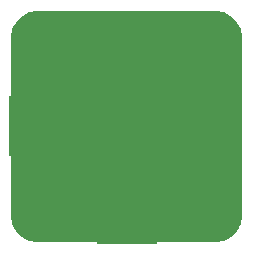
<source format=gbr>
%TF.GenerationSoftware,KiCad,Pcbnew,6.0.1-79c1e3a40b~116~ubuntu20.04.1*%
%TF.CreationDate,2022-01-27T22:25:29+01:00*%
%TF.ProjectId,pcb-turn-45,7063622d-7475-4726-9e2d-34352e6b6963,1*%
%TF.SameCoordinates,Original*%
%TF.FileFunction,Copper,L2,Bot*%
%TF.FilePolarity,Positive*%
%FSLAX46Y46*%
G04 Gerber Fmt 4.6, Leading zero omitted, Abs format (unit mm)*
G04 Created by KiCad (PCBNEW 6.0.1-79c1e3a40b~116~ubuntu20.04.1) date 2022-01-27 22:25:29*
%MOMM*%
%LPD*%
G01*
G04 APERTURE LIST*
%TA.AperFunction,ComponentPad*%
%ADD10C,0.800000*%
%TD*%
%TA.AperFunction,SMDPad,CuDef*%
%ADD11R,3.000000X5.200000*%
%TD*%
%TA.AperFunction,SMDPad,CuDef*%
%ADD12R,5.200000X3.000000*%
%TD*%
%TA.AperFunction,ComponentPad*%
%ADD13C,3.400000*%
%TD*%
%TA.AperFunction,ViaPad*%
%ADD14C,0.800000*%
%TD*%
G04 APERTURE END LIST*
D10*
%TO.P,J2,2,Pin_2*%
%TO.N,GND*%
X152000000Y-83500000D03*
X151000000Y-83400000D03*
X150500000Y-86000000D03*
X152500000Y-86000000D03*
X150500000Y-84000000D03*
D11*
X151500000Y-85000000D03*
D10*
X152000000Y-86500000D03*
X151000000Y-86500000D03*
X151500000Y-86000000D03*
X152500000Y-84000000D03*
X151500000Y-84000000D03*
%TD*%
%TO.P,J1,2,Pin_2*%
%TO.N,GND*%
X158500000Y-93000000D03*
X158400000Y-94000000D03*
X161000000Y-94500000D03*
X161000000Y-92500000D03*
X159000000Y-94500000D03*
D12*
X160000000Y-93500000D03*
D10*
X161500000Y-93000000D03*
X161500000Y-94000000D03*
X161000000Y-93500000D03*
X159000000Y-92500000D03*
X159000000Y-93500000D03*
%TD*%
D13*
%TO.P,H4,1,1*%
%TO.N,GND*%
X167500000Y-77500000D03*
%TD*%
%TO.P,H3,1,1*%
%TO.N,GND*%
X167500000Y-92500000D03*
%TD*%
%TO.P,H2,1,1*%
%TO.N,GND*%
X152500000Y-92500000D03*
%TD*%
%TO.P,H1,1,1*%
%TO.N,GND*%
X152500000Y-77500000D03*
%TD*%
D14*
%TO.N,GND*%
X155000000Y-92500000D03*
X157500000Y-92500000D03*
X157500000Y-90000000D03*
X157500000Y-87500000D03*
X155000000Y-87500000D03*
X155000000Y-90000000D03*
X152500000Y-90000000D03*
X152500000Y-87500000D03*
X152500000Y-80000000D03*
X152500000Y-82500000D03*
X165000000Y-92500000D03*
X162500000Y-92500000D03*
X162500000Y-90000000D03*
X165000000Y-90000000D03*
X167500000Y-90000000D03*
X167500000Y-87500000D03*
X165000000Y-87500000D03*
X162500000Y-87500000D03*
X162500000Y-85000000D03*
X165000000Y-85000000D03*
X167500000Y-85000000D03*
X167500000Y-82500000D03*
X167500000Y-80000000D03*
X165000000Y-82500000D03*
X165000000Y-80000000D03*
X162500000Y-77500000D03*
X165000000Y-77500000D03*
X162500000Y-80000000D03*
X162500000Y-82500000D03*
X160000000Y-82500000D03*
X157500000Y-77500000D03*
X157500000Y-80000000D03*
X157500000Y-82500000D03*
X155000000Y-82500000D03*
X155000000Y-80000000D03*
X155000000Y-77500000D03*
X161000000Y-83500000D03*
X161500000Y-84000000D03*
X160000000Y-83500000D03*
X160500000Y-84000000D03*
X161000000Y-84500000D03*
X161500000Y-85000000D03*
X161000000Y-85500000D03*
X161500000Y-86000000D03*
X161000000Y-86500000D03*
X161500000Y-87000000D03*
X161000000Y-87500000D03*
X161500000Y-88000000D03*
X161000000Y-88500000D03*
X161500000Y-89000000D03*
X161000000Y-89500000D03*
X161500000Y-90000000D03*
X161000000Y-90500000D03*
X161500000Y-91000000D03*
X161000000Y-91500000D03*
X161500000Y-92000000D03*
X158500000Y-92000000D03*
X159000000Y-91500000D03*
X158500000Y-91000000D03*
X159000000Y-90500000D03*
X158500000Y-90000000D03*
X159000000Y-89500000D03*
X158500000Y-89000000D03*
X158500000Y-88000000D03*
X159000000Y-88500000D03*
X158500000Y-87000000D03*
X159000000Y-87500000D03*
X159000000Y-86500000D03*
X158500000Y-86000000D03*
X158000000Y-86500000D03*
X157500000Y-86000000D03*
X157000000Y-86500000D03*
X156500000Y-86000000D03*
X156000000Y-86500000D03*
X155500000Y-86000000D03*
X155000000Y-86500000D03*
X154500000Y-86000000D03*
X154000000Y-86500000D03*
X153500000Y-86000000D03*
X153000000Y-86500000D03*
X159500000Y-84000000D03*
X159000000Y-83500000D03*
X158500000Y-84000000D03*
X158000000Y-83500000D03*
X157500000Y-84000000D03*
X157000000Y-83500000D03*
X156500000Y-84000000D03*
X156000000Y-83500000D03*
X155500000Y-84000000D03*
X155000000Y-83500000D03*
X154500000Y-84000000D03*
X154000000Y-83500000D03*
X153500000Y-84000000D03*
X153000000Y-83500000D03*
%TD*%
%TA.AperFunction,Conductor*%
%TO.N,GND*%
G36*
X167488227Y-75202518D02*
G01*
X167499642Y-75205143D01*
X167510517Y-75202682D01*
X167521663Y-75202702D01*
X167521663Y-75202737D01*
X167531724Y-75201919D01*
X167771264Y-75216409D01*
X167783116Y-75217848D01*
X168044542Y-75265756D01*
X168056135Y-75268613D01*
X168261078Y-75332476D01*
X168309872Y-75347681D01*
X168321050Y-75351920D01*
X168563406Y-75460995D01*
X168573991Y-75466551D01*
X168801422Y-75604038D01*
X168811261Y-75610829D01*
X169020463Y-75774728D01*
X169029412Y-75782655D01*
X169217345Y-75970588D01*
X169225272Y-75979537D01*
X169389171Y-76188739D01*
X169395962Y-76198578D01*
X169533449Y-76426009D01*
X169539005Y-76436594D01*
X169648080Y-76678950D01*
X169652319Y-76690128D01*
X169731385Y-76943857D01*
X169734244Y-76955458D01*
X169782152Y-77216884D01*
X169783591Y-77228734D01*
X169783592Y-77228743D01*
X169798050Y-77467755D01*
X169797230Y-77477627D01*
X169797375Y-77477627D01*
X169797355Y-77488778D01*
X169794857Y-77499642D01*
X169797317Y-77510514D01*
X169797317Y-77510516D01*
X169797559Y-77511583D01*
X169800000Y-77533432D01*
X169800000Y-92466040D01*
X169797482Y-92488227D01*
X169794857Y-92499642D01*
X169797318Y-92510517D01*
X169797298Y-92521663D01*
X169797263Y-92521663D01*
X169798081Y-92531726D01*
X169783592Y-92771257D01*
X169782152Y-92783116D01*
X169778549Y-92802780D01*
X169734246Y-93044535D01*
X169731385Y-93056143D01*
X169652319Y-93309872D01*
X169648080Y-93321050D01*
X169539005Y-93563406D01*
X169533449Y-93573991D01*
X169395962Y-93801422D01*
X169389171Y-93811261D01*
X169225272Y-94020463D01*
X169217345Y-94029412D01*
X169029412Y-94217345D01*
X169020463Y-94225272D01*
X168811261Y-94389171D01*
X168801422Y-94395962D01*
X168573991Y-94533449D01*
X168563406Y-94539005D01*
X168321050Y-94648080D01*
X168309872Y-94652319D01*
X168056135Y-94731387D01*
X168044542Y-94734244D01*
X167783116Y-94782152D01*
X167771266Y-94783591D01*
X167532243Y-94798050D01*
X167522373Y-94797230D01*
X167522373Y-94797375D01*
X167511222Y-94797355D01*
X167500358Y-94794857D01*
X167489486Y-94797317D01*
X167489484Y-94797317D01*
X167488417Y-94797559D01*
X167466568Y-94800000D01*
X152533960Y-94800000D01*
X152511773Y-94797482D01*
X152500358Y-94794857D01*
X152489483Y-94797318D01*
X152478337Y-94797298D01*
X152478337Y-94797263D01*
X152468276Y-94798081D01*
X152228736Y-94783591D01*
X152216884Y-94782152D01*
X151955458Y-94734244D01*
X151943865Y-94731387D01*
X151690128Y-94652319D01*
X151678950Y-94648080D01*
X151436594Y-94539005D01*
X151426009Y-94533449D01*
X151198578Y-94395962D01*
X151188739Y-94389171D01*
X150979537Y-94225272D01*
X150970588Y-94217345D01*
X150782655Y-94029412D01*
X150774728Y-94020463D01*
X150610829Y-93811261D01*
X150604038Y-93801422D01*
X150466551Y-93573991D01*
X150460995Y-93563406D01*
X150351920Y-93321050D01*
X150347681Y-93309872D01*
X150268615Y-93056143D01*
X150265754Y-93044535D01*
X150217850Y-92783125D01*
X150217848Y-92783118D01*
X150216408Y-92771256D01*
X150201966Y-92532500D01*
X150203702Y-92511805D01*
X150203235Y-92511751D01*
X150203876Y-92506177D01*
X150205142Y-92500716D01*
X150205143Y-92500000D01*
X150202479Y-92488321D01*
X150200000Y-92466304D01*
X150200000Y-77534222D01*
X150202557Y-77511867D01*
X150203875Y-77506181D01*
X150205142Y-77500716D01*
X150205143Y-77500000D01*
X150203900Y-77494552D01*
X150203278Y-77488992D01*
X150203654Y-77488950D01*
X150201935Y-77468016D01*
X150216408Y-77228743D01*
X150216409Y-77228742D01*
X150216409Y-77228736D01*
X150217848Y-77216884D01*
X150265756Y-76955458D01*
X150268615Y-76943857D01*
X150347681Y-76690128D01*
X150351920Y-76678950D01*
X150460995Y-76436594D01*
X150466551Y-76426009D01*
X150604038Y-76198578D01*
X150610829Y-76188739D01*
X150774728Y-75979537D01*
X150782655Y-75970588D01*
X150970588Y-75782655D01*
X150979537Y-75774728D01*
X151188739Y-75610829D01*
X151198578Y-75604038D01*
X151426009Y-75466551D01*
X151436594Y-75460995D01*
X151678950Y-75351920D01*
X151690128Y-75347681D01*
X151738922Y-75332476D01*
X151943865Y-75268613D01*
X151955458Y-75265756D01*
X152216884Y-75217848D01*
X152228734Y-75216409D01*
X152467757Y-75201950D01*
X152477627Y-75202770D01*
X152477627Y-75202625D01*
X152488778Y-75202645D01*
X152499642Y-75205143D01*
X152510514Y-75202683D01*
X152510516Y-75202683D01*
X152511583Y-75202441D01*
X152533432Y-75200000D01*
X167466040Y-75200000D01*
X167488227Y-75202518D01*
G37*
%TD.AperFunction*%
%TD*%
M02*

</source>
